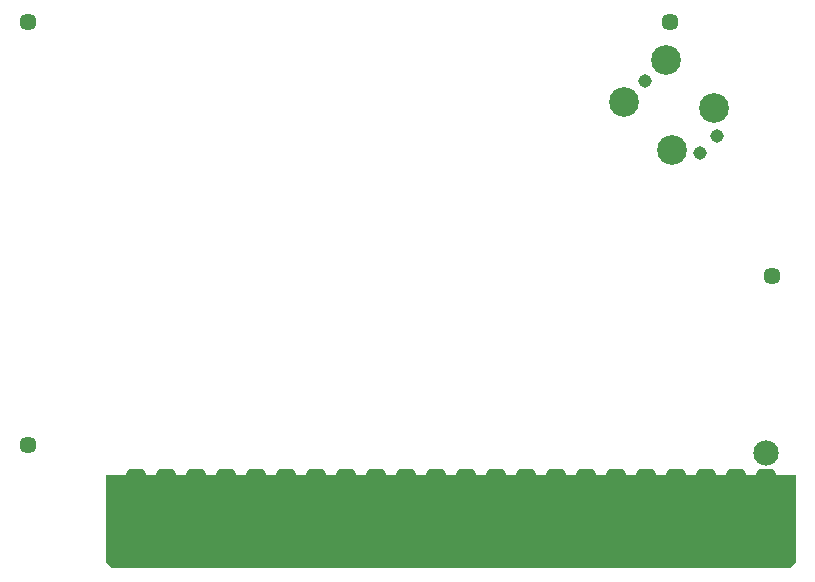
<source format=gbs>
G04 #@! TF.GenerationSoftware,KiCad,Pcbnew,7.0.1-0*
G04 #@! TF.CreationDate,2023-11-03T04:24:25-04:00*
G04 #@! TF.ProjectId,RAM2GS,52414d32-4753-42e6-9b69-6361645f7063,2.1*
G04 #@! TF.SameCoordinates,Original*
G04 #@! TF.FileFunction,Soldermask,Bot*
G04 #@! TF.FilePolarity,Negative*
%FSLAX46Y46*%
G04 Gerber Fmt 4.6, Leading zero omitted, Abs format (unit mm)*
G04 Created by KiCad (PCBNEW 7.0.1-0) date 2023-11-03 04:24:25*
%MOMM*%
%LPD*%
G01*
G04 APERTURE LIST*
G04 Aperture macros list*
%AMRoundRect*
0 Rectangle with rounded corners*
0 $1 Rounding radius*
0 $2 $3 $4 $5 $6 $7 $8 $9 X,Y pos of 4 corners*
0 Add a 4 corners polygon primitive as box body*
4,1,4,$2,$3,$4,$5,$6,$7,$8,$9,$2,$3,0*
0 Add four circle primitives for the rounded corners*
1,1,$1+$1,$2,$3*
1,1,$1+$1,$4,$5*
1,1,$1+$1,$6,$7*
1,1,$1+$1,$8,$9*
0 Add four rect primitives between the rounded corners*
20,1,$1+$1,$2,$3,$4,$5,0*
20,1,$1+$1,$4,$5,$6,$7,0*
20,1,$1+$1,$6,$7,$8,$9,0*
20,1,$1+$1,$8,$9,$2,$3,0*%
G04 Aperture macros list end*
%ADD10C,0.000000*%
%ADD11RoundRect,0.457200X-0.381000X-3.289000X0.381000X-3.289000X0.381000X3.289000X-0.381000X3.289000X0*%
%ADD12C,2.152400*%
%ADD13C,2.527300*%
%ADD14C,1.143000*%
%ADD15C,1.448000*%
G04 APERTURE END LIST*
D10*
G36*
X113538000Y-139446000D02*
G01*
X113030000Y-139954000D01*
X55626000Y-139954000D01*
X55118000Y-139446000D01*
X55118000Y-132080000D01*
X113538000Y-132080000D01*
X113538000Y-139446000D01*
G37*
D11*
X110998000Y-135282000D03*
X108458000Y-135282000D03*
X105918000Y-135282000D03*
X103378000Y-135282000D03*
X100838000Y-135282000D03*
X98298000Y-135282000D03*
X95758000Y-135282000D03*
X93218000Y-135282000D03*
X90678000Y-135282000D03*
X88138000Y-135282000D03*
X85598000Y-135282000D03*
X83058000Y-135282000D03*
X80518000Y-135282000D03*
X77978000Y-135282000D03*
X75438000Y-135282000D03*
X72898000Y-135282000D03*
X70358000Y-135282000D03*
X67818000Y-135282000D03*
X65278000Y-135282000D03*
X62738000Y-135282000D03*
X60198000Y-135282000D03*
X57658000Y-135282000D03*
D12*
X110998000Y-130175000D03*
D13*
X102575974Y-96924872D03*
D14*
X100779923Y-98720923D03*
D13*
X98983872Y-100516974D03*
X106617090Y-100965987D03*
X103024987Y-104558090D03*
D14*
X106886497Y-103390656D03*
X105449656Y-104827497D03*
D15*
X48514000Y-93726000D03*
X102870000Y-93726000D03*
X48514000Y-129540000D03*
X111506000Y-115189000D03*
M02*

</source>
